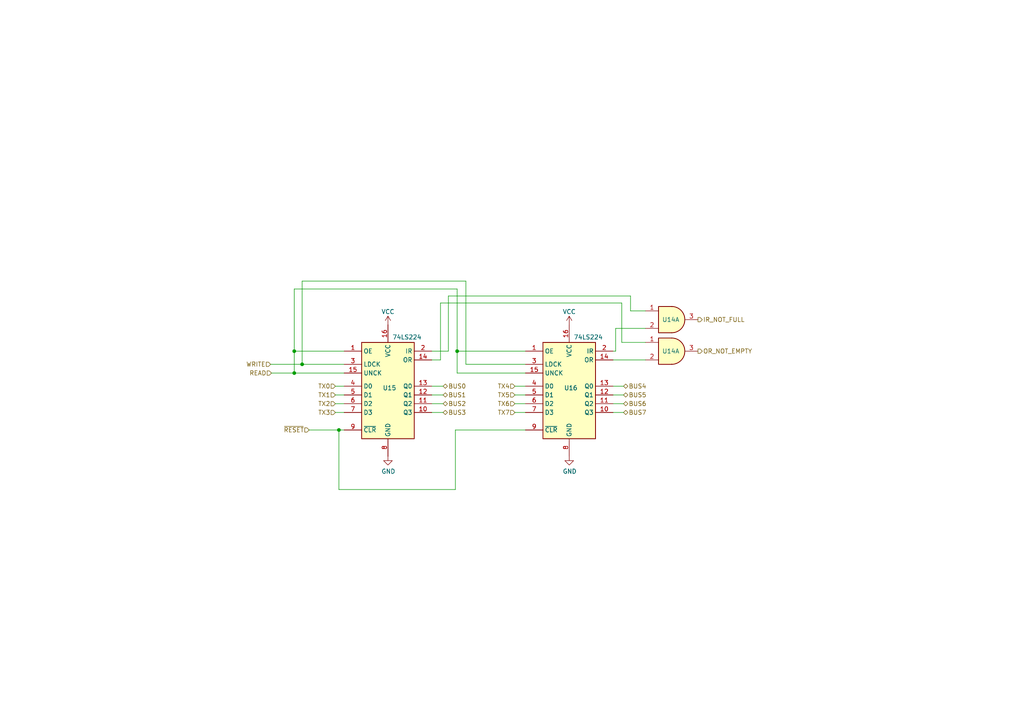
<source format=kicad_sch>
(kicad_sch (version 20211123) (generator eeschema)
  (paper "A4")
  (lib_symbols
    (symbol "74xx:74LS08" (pin_names (offset 1.016))
      (property "Reference" "U" (at 0 1.27 0))
      (property "Value" "74LS08" (at 0 -1.27 0))
      (symbol "74LS08_1_1"
        (arc (start 0 -3.81) (mid 3.81 0) (end 0 3.81) (stroke (width 0.254)) (fill (type background)))
        (polyline (pts (xy 0 3.81) (xy -3.81 3.81) (xy -3.81 -3.81) (xy 0 -3.81)) (stroke (width 0.254)) (fill (type background)))
        (pin input line (at -7.62 2.54 0) (length 3.81) (name "~") (number "1"))
        (pin input line (at -7.62 -2.54 0) (length 3.81) (name "~") (number "2"))
        (pin output line (at 7.62 0 180) (length 3.81) (name "~") (number "3"))
      )
      (symbol "74LS08_1_2"
        (arc (start -3.81 -3.81) (mid -2.589 0) (end -3.81 3.81) (stroke (width 0.254)))
        (arc (start -0.6096 -3.81) (mid 2.1855 -2.584) (end 3.81 0) (stroke (width 0.254)) (fill (type background)))
        (polyline (pts (xy -3.81 -3.81) (xy -0.635 -3.81)) (stroke (width 0.254)) (fill (type background)))
        (polyline (pts (xy -3.81 3.81) (xy -0.635 3.81)) (stroke (width 0.254)) (fill (type background)))
        (polyline (pts (xy -0.635 3.81) (xy -3.81 3.81) (xy -3.81 3.81) (xy -3.556 3.4036) (xy -3.0226 2.2606) (xy -2.6924 1.0414) (xy -2.6162 -0.254) (xy -2.7686 -1.4986) (xy -3.175 -2.7178) (xy -3.81 -3.81) (xy -3.81 -3.81) (xy -0.635 -3.81)) (stroke (width -25.4)) (fill (type background)))
        (arc (start 3.81 0) (mid 2.1928 2.5925) (end -0.6096 3.81) (stroke (width 0.254)) (fill (type background)))
        (pin input inverted (at -7.62 2.54 0) (length 4.318) (name "~") (number "1"))
        (pin input inverted (at -7.62 -2.54 0) (length 4.318) (name "~") (number "2"))
        (pin output inverted (at 7.62 0 180) (length 3.81) (name "~") (number "3"))
      )
      (symbol "74LS08_2_1"
        (arc (start 0 -3.81) (mid 3.81 0) (end 0 3.81) (stroke (width 0.254)) (fill (type background)))
        (polyline (pts (xy 0 3.81) (xy -3.81 3.81) (xy -3.81 -3.81) (xy 0 -3.81)) (stroke (width 0.254)) (fill (type background)))
        (pin input line (at -7.62 2.54 0) (length 3.81) (name "~") (number "4"))
        (pin input line (at -7.62 -2.54 0) (length 3.81) (name "~") (number "5"))
        (pin output line (at 7.62 0 180) (length 3.81) (name "~") (number "6"))
      )
      (symbol "74LS08_2_2"
        (arc (start -3.81 -3.81) (mid -2.589 0) (end -3.81 3.81) (stroke (width 0.254)))
        (arc (start -0.6096 -3.81) (mid 2.1855 -2.584) (end 3.81 0) (stroke (width 0.254)) (fill (type background)))
        (polyline (pts (xy -3.81 -3.81) (xy -0.635 -3.81)) (stroke (width 0.254)) (fill (type background)))
        (polyline (pts (xy -3.81 3.81) (xy -0.635 3.81)) (stroke (width 0.254)) (fill (type background)))
        (polyline (pts (xy -0.635 3.81) (xy -3.81 3.81) (xy -3.81 3.81) (xy -3.556 3.4036) (xy -3.0226 2.2606) (xy -2.6924 1.0414) (xy -2.6162 -0.254) (xy -2.7686 -1.4986) (xy -3.175 -2.7178) (xy -3.81 -3.81) (xy -3.81 -3.81) (xy -0.635 -3.81)) (stroke (width -25.4)) (fill (type background)))
        (arc (start 3.81 0) (mid 2.1928 2.5925) (end -0.6096 3.81) (stroke (width 0.254)) (fill (type background)))
        (pin input inverted (at -7.62 2.54 0) (length 4.318) (name "~") (number "4"))
        (pin input inverted (at -7.62 -2.54 0) (length 4.318) (name "~") (number "5"))
        (pin output inverted (at 7.62 0 180) (length 3.81) (name "~") (number "6"))
      )
      (symbol "74LS08_3_1"
        (arc (start 0 -3.81) (mid 3.81 0) (end 0 3.81) (stroke (width 0.254)) (fill (type background)))
        (polyline (pts (xy 0 3.81) (xy -3.81 3.81) (xy -3.81 -3.81) (xy 0 -3.81)) (stroke (width 0.254)) (fill (type background)))
        (pin input line (at -7.62 -2.54 0) (length 3.81) (name "~") (number "10"))
        (pin output line (at 7.62 0 180) (length 3.81) (name "~") (number "8"))
        (pin input line (at -7.62 2.54 0) (length 3.81) (name "~") (number "9"))
      )
      (symbol "74LS08_3_2"
        (arc (start -3.81 -3.81) (mid -2.589 0) (end -3.81 3.81) (stroke (width 0.254)))
        (arc (start -0.6096 -3.81) (mid 2.1855 -2.584) (end 3.81 0) (stroke (width 0.254)) (fill (type background)))
        (polyline (pts (xy -3.81 -3.81) (xy -0.635 -3.81)) (stroke (width 0.254)) (fill (type background)))
        (polyline (pts (xy -3.81 3.81) (xy -0.635 3.81)) (stroke (width 0.254)) (fill (type background)))
        (polyline (pts (xy -0.635 3.81) (xy -3.81 3.81) (xy -3.81 3.81) (xy -3.556 3.4036) (xy -3.0226 2.2606) (xy -2.6924 1.0414) (xy -2.6162 -0.254) (xy -2.7686 -1.4986) (xy -3.175 -2.7178) (xy -3.81 -3.81) (xy -3.81 -3.81) (xy -0.635 -3.81)) (stroke (width -25.4)) (fill (type background)))
        (arc (start 3.81 0) (mid 2.1928 2.5925) (end -0.6096 3.81) (stroke (width 0.254)) (fill (type background)))
        (pin input inverted (at -7.62 -2.54 0) (length 4.318) (name "~") (number "10"))
        (pin output inverted (at 7.62 0 180) (length 3.81) (name "~") (number "8"))
        (pin input inverted (at -7.62 2.54 0) (length 4.318) (name "~") (number "9"))
      )
      (symbol "74LS08_4_1"
        (arc (start 0 -3.81) (mid 3.81 0) (end 0 3.81) (stroke (width 0.254)) (fill (type background)))
        (polyline (pts (xy 0 3.81) (xy -3.81 3.81) (xy -3.81 -3.81) (xy 0 -3.81)) (stroke (width 0.254)) (fill (type background)))
        (pin output line (at 7.62 0 180) (length 3.81) (name "~") (number "11"))
        (pin input line (at -7.62 2.54 0) (length 3.81) (name "~") (number "12"))
        (pin input line (at -7.62 -2.54 0) (length 3.81) (name "~") (number "13"))
      )
      (symbol "74LS08_4_2"
        (arc (start -3.81 -3.81) (mid -2.589 0) (end -3.81 3.81) (stroke (width 0.254)))
        (arc (start -0.6096 -3.81) (mid 2.1855 -2.584) (end 3.81 0) (stroke (width 0.254)) (fill (type background)))
        (polyline (pts (xy -3.81 -3.81) (xy -0.635 -3.81)) (stroke (width 0.254)) (fill (type background)))
        (polyline (pts (xy -3.81 3.81) (xy -0.635 3.81)) (stroke (width 0.254)) (fill (type background)))
        (polyline (pts (xy -0.635 3.81) (xy -3.81 3.81) (xy -3.81 3.81) (xy -3.556 3.4036) (xy -3.0226 2.2606) (xy -2.6924 1.0414) (xy -2.6162 -0.254) (xy -2.7686 -1.4986) (xy -3.175 -2.7178) (xy -3.81 -3.81) (xy -3.81 -3.81) (xy -0.635 -3.81)) (stroke (width -25.4)) (fill (type background)))
        (arc (start 3.81 0) (mid 2.1928 2.5925) (end -0.6096 3.81) (stroke (width 0.254)) (fill (type background)))
        (pin output inverted (at 7.62 0 180) (length 3.81) (name "~") (number "11"))
        (pin input inverted (at -7.62 2.54 0) (length 4.318) (name "~") (number "12"))
        (pin input inverted (at -7.62 -2.54 0) (length 4.318) (name "~") (number "13"))
      )
      (symbol "74LS08_5_0"
        (pin power_in line (at 0 12.7 270) (length 5.08) (name "VCC") (number "14"))
        (pin power_in line (at 0 -12.7 90) (length 5.08) (name "GND") (number "7"))
      )
      (symbol "74LS08_5_1"
        (rectangle (start -5.08 7.62) (end 5.08 -7.62) (stroke (width 0.254)) (fill (type background)))
      )
    )
    (symbol "Stephen:74LS224"
      (property "Reference" "U" (at 0 -1.27 0))
      (property "Value" "74LS224" (at 6.35 13.97 0))
      (symbol "74LS224_1_0"
        (pin input line (at -12.7 8.89 0) (length 5.08) (name "OE") (number "1"))
        (pin output line (at 12.7 -8.89 180) (length 5.08) (name "Q3") (number "10"))
        (pin output line (at 12.7 -6.35 180) (length 5.08) (name "Q2") (number "11"))
        (pin output line (at 12.7 -3.81 180) (length 5.08) (name "Q1") (number "12"))
        (pin output line (at 12.7 -1.27 180) (length 5.08) (name "Q0") (number "13"))
        (pin output line (at 12.7 6.35 180) (length 5.08) (name "OR") (number "14"))
        (pin input line (at -12.7 2.54 0) (length 5.08) (name "UNCK") (number "15"))
        (pin power_in line (at 0 16.51 270) (length 5.08) (name "VCC") (number "16"))
        (pin output line (at 12.7 8.89 180) (length 5.08) (name "IR") (number "2"))
        (pin input line (at -12.7 5.08 0) (length 5.08) (name "LDCK") (number "3"))
        (pin input line (at -12.7 -1.27 0) (length 5.08) (name "D0") (number "4"))
        (pin input line (at -12.7 -3.81 0) (length 5.08) (name "D1") (number "5"))
        (pin input line (at -12.7 -6.35 0) (length 5.08) (name "D2") (number "6"))
        (pin input line (at -12.7 -8.89 0) (length 5.08) (name "D3") (number "7"))
        (pin power_in line (at 0 -21.59 90) (length 5.08) (name "GND") (number "8"))
        (pin input line (at -12.7 -13.97 0) (length 5.08) (name "~{CLR}") (number "9"))
      )
      (symbol "74LS224_1_1"
        (rectangle (start -7.62 11.43) (end 7.62 -16.51) (stroke (width 0.254)) (fill (type background)))
      )
    )
    (symbol "power:GND" (power) (pin_names (offset 0))
      (property "Value" "GND" (at 0 -3.81 0))
      (symbol "GND_0_1"
        (polyline (pts (xy 0 0) (xy 0 -1.27) (xy 1.27 -1.27) (xy 0 -2.54) (xy -1.27 -1.27) (xy 0 -1.27)))
      )
      (symbol "GND_1_1"
        (pin power_in line (at 0 0 270) (length 0) hide (name "GND") (number "1"))
      )
    )
    (symbol "power:VCC" (power) (pin_names (offset 0))
      (property "Value" "VCC" (at 0 3.81 0))
      (symbol "VCC_0_1"
        (polyline (pts (xy -0.762 1.27) (xy 0 2.54)))
        (polyline (pts (xy 0 0) (xy 0 2.54)))
        (polyline (pts (xy 0 2.54) (xy 0.762 1.27)))
      )
      (symbol "VCC_1_1"
        (pin power_in line (at 0 0 90) (length 0) hide (name "VCC") (number "1"))
      )
    )
  )
  (junction (at 85.344 101.854))
  (junction (at 85.344 108.204))
  (junction (at 98.298 124.714))
  (junction (at 132.588 101.854))
  (junction (at 87.63 105.664))
  (wire (pts (xy 135.128 81.534) (xy 87.63 81.534)))
  (wire (pts (xy 149.352 119.634) (xy 152.4 119.634)))
  (wire (pts (xy 180.34 99.314) (xy 180.34 87.884)))
  (wire (pts (xy 128.524 112.014) (xy 125.222 112.014)))
  (wire (pts (xy 78.486 105.664) (xy 87.63 105.664)))
  (wire (pts (xy 177.8 104.394) (xy 187.198 104.394)))
  (wire (pts (xy 132.588 108.204) (xy 132.588 101.854)))
  (wire (pts (xy 180.34 87.884) (xy 127.762 87.884)))
  (wire (pts (xy 132.588 101.854) (xy 152.4 101.854)))
  (wire (pts (xy 182.88 85.852) (xy 182.88 90.17)))
  (wire (pts (xy 85.344 83.82) (xy 85.344 101.854)))
  (wire (pts (xy 180.848 117.094) (xy 177.8 117.094)))
  (wire (pts (xy 180.848 114.554) (xy 177.8 114.554)))
  (wire (pts (xy 97.282 112.014) (xy 99.822 112.014)))
  (wire (pts (xy 128.524 119.634) (xy 125.222 119.634)))
  (wire (pts (xy 178.562 95.25) (xy 187.198 95.25)))
  (wire (pts (xy 97.282 117.094) (xy 99.822 117.094)))
  (wire (pts (xy 98.298 124.714) (xy 99.822 124.714)))
  (wire (pts (xy 127.762 87.884) (xy 127.762 104.394)))
  (wire (pts (xy 178.562 101.854) (xy 177.8 101.854)))
  (wire (pts (xy 127.762 104.394) (xy 125.222 104.394)))
  (wire (pts (xy 128.524 114.554) (xy 125.222 114.554)))
  (wire (pts (xy 132.08 141.986) (xy 98.298 141.986)))
  (wire (pts (xy 180.848 112.014) (xy 177.8 112.014)))
  (wire (pts (xy 178.562 101.854) (xy 178.562 95.25)))
  (wire (pts (xy 132.588 101.854) (xy 132.588 83.82)))
  (wire (pts (xy 182.88 90.17) (xy 187.198 90.17)))
  (wire (pts (xy 85.344 101.854) (xy 85.344 108.204)))
  (wire (pts (xy 149.352 117.094) (xy 152.4 117.094)))
  (wire (pts (xy 132.08 124.714) (xy 152.4 124.714)))
  (wire (pts (xy 78.74 108.204) (xy 85.344 108.204)))
  (wire (pts (xy 130.048 101.854) (xy 130.048 85.852)))
  (wire (pts (xy 97.282 119.634) (xy 99.822 119.634)))
  (wire (pts (xy 98.298 141.986) (xy 98.298 124.714)))
  (wire (pts (xy 128.524 117.094) (xy 125.222 117.094)))
  (wire (pts (xy 97.282 114.554) (xy 99.822 114.554)))
  (wire (pts (xy 87.63 81.534) (xy 87.63 105.664)))
  (wire (pts (xy 125.222 101.854) (xy 130.048 101.854)))
  (wire (pts (xy 180.848 119.634) (xy 177.8 119.634)))
  (wire (pts (xy 149.352 114.554) (xy 152.4 114.554)))
  (wire (pts (xy 149.352 112.014) (xy 152.4 112.014)))
  (wire (pts (xy 180.34 99.314) (xy 187.198 99.314)))
  (wire (pts (xy 132.588 83.82) (xy 85.344 83.82)))
  (wire (pts (xy 152.4 105.664) (xy 135.128 105.664)))
  (wire (pts (xy 89.662 124.714) (xy 98.298 124.714)))
  (wire (pts (xy 87.63 105.664) (xy 99.822 105.664)))
  (wire (pts (xy 85.344 108.204) (xy 99.822 108.204)))
  (wire (pts (xy 132.588 108.204) (xy 152.4 108.204)))
  (wire (pts (xy 132.08 124.714) (xy 132.08 141.986)))
  (wire (pts (xy 135.128 105.664) (xy 135.128 81.534)))
  (wire (pts (xy 130.048 85.852) (xy 182.88 85.852)))
  (wire (pts (xy 99.822 101.854) (xy 85.344 101.854)))
  (hierarchical_label "BUS3" (shape tri_state) (at 128.524 119.634 0))
  (hierarchical_label "IR_NOT_FULL" (shape output) (at 202.438 92.71 0))
  (hierarchical_label "BUS6" (shape tri_state) (at 180.848 117.094 0))
  (hierarchical_label "TX0" (shape input) (at 97.282 112.014 180))
  (hierarchical_label "TX6" (shape input) (at 149.352 117.094 180))
  (hierarchical_label "TX4" (shape input) (at 149.352 112.014 180))
  (hierarchical_label "TX2" (shape input) (at 97.282 117.094 180))
  (hierarchical_label "OR_NOT_EMPTY" (shape output) (at 202.438 101.854 0))
  (hierarchical_label "READ" (shape input) (at 78.74 108.204 180))
  (hierarchical_label "BUS5" (shape tri_state) (at 180.848 114.554 0))
  (hierarchical_label "BUS0" (shape tri_state) (at 128.524 112.014 0))
  (hierarchical_label "TX7" (shape input) (at 149.352 119.634 180))
  (hierarchical_label "~{RESET}" (shape input) (at 89.662 124.714 180))
  (hierarchical_label "BUS7" (shape tri_state) (at 180.848 119.634 0))
  (hierarchical_label "TX1" (shape input) (at 97.282 114.554 180))
  (hierarchical_label "BUS1" (shape tri_state) (at 128.524 114.554 0))
  (hierarchical_label "TX3" (shape input) (at 97.282 119.634 180))
  (hierarchical_label "BUS2" (shape tri_state) (at 128.524 117.094 0))
  (hierarchical_label "TX5" (shape input) (at 149.352 114.554 180))
  (hierarchical_label "WRITE" (shape input) (at 78.486 105.664 180))
  (hierarchical_label "BUS4" (shape tri_state) (at 180.848 112.014 0))
  (symbol (lib_id "power:VCC") (at 112.522 94.234 0)
    (property "Reference" "#PWR080" (effects hide))
    (property "Value" "VCC" (at 112.522 90.424 0))
  )
  (symbol (lib_id "74xx:74LS08") (at 194.818 92.71 0)
    (property "Reference" "U14" (at 194.564 92.71 0))
    (property "Value" "74LS08" (effects hide))
    (property "Footprint" "Package_SO:TSSOP-14_4.4x5mm_P0.65mm" (effects hide))
    (property "Datasheet" "http://www.ti.com/lit/gpn/sn74LS08" (effects hide))
  )
  (symbol (lib_id "power:VCC") (at 165.1 94.234 0)
    (property "Reference" "#PWR082" (effects hide))
    (property "Value" "VCC" (at 165.1 90.424 0))
  )
  (symbol (lib_id "74xx:74LS08") (at 194.818 101.854 0)
    (property "Reference" "U14" (at 194.564 101.854 0))
    (property "Value" "74LS08" (effects hide))
    (property "Footprint" "Package_SO:TSSOP-14_4.4x5mm_P0.65mm" (effects hide))
    (property "Datasheet" "http://www.ti.com/lit/gpn/sn74LS08" (effects hide))
  )
  (symbol (lib_id "Stephen:74LS224") (at 165.1 110.744 0)
    (property "Reference" "U16" (at 163.576 112.522 0) (effects (justify left)))
    (property "Value" "74LS224" (at 166.37 97.79 0) (effects (justify left)))
    (property "Footprint" "Package_DIP:DIP-16_W7.62mm" (effects hide))
    (property "Datasheet" "https://www.jameco.com/Jameco/Products/ProdDS/2220349.pdf" (effects hide))
  )
  (symbol (lib_id "power:GND") (at 112.522 132.334 0)
    (property "Reference" "#PWR081" (effects hide))
    (property "Value" "GND" (at 112.649 136.7282 0))
  )
  (symbol (lib_id "Stephen:74LS224") (at 112.522 110.744 0)
    (property "Reference" "U15" (at 110.998 112.522 0) (effects (justify left)))
    (property "Value" "74LS224" (at 113.792 97.79 0) (effects (justify left)))
    (property "Footprint" "Package_DIP:DIP-16_W7.62mm" (effects hide))
    (property "Datasheet" "https://www.jameco.com/Jameco/Products/ProdDS/2220349.pdf" (effects hide))
  )
  (symbol (lib_id "power:GND") (at 165.1 132.334 0)
    (property "Reference" "#PWR083" (effects hide))
    (property "Value" "GND" (at 165.227 136.7282 0))
  )
)
</source>
